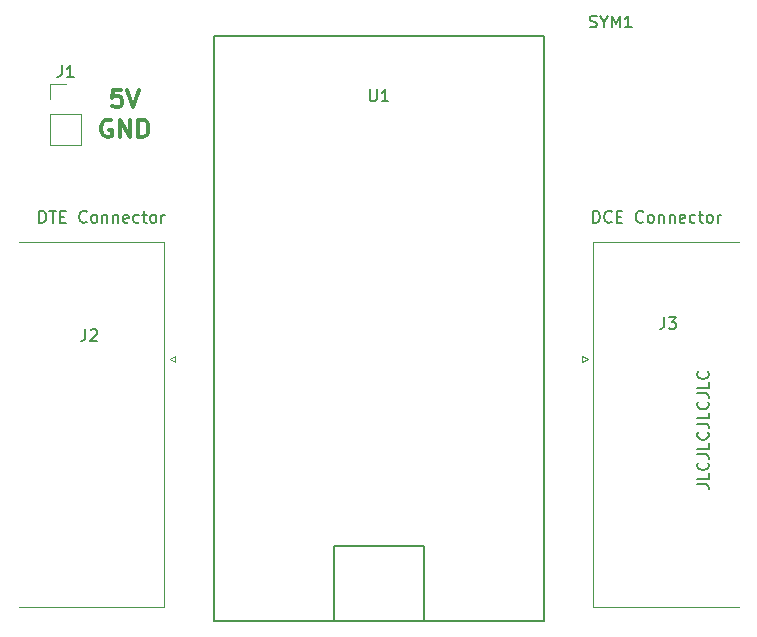
<source format=gbr>
G04 #@! TF.GenerationSoftware,KiCad,Pcbnew,5.0.2-bee76a0~70~ubuntu18.04.1*
G04 #@! TF.CreationDate,2020-08-17T12:22:27+12:00*
G04 #@! TF.ProjectId,Wireless232,57697265-6c65-4737-9332-33322e6b6963,rev?*
G04 #@! TF.SameCoordinates,Original*
G04 #@! TF.FileFunction,Legend,Top*
G04 #@! TF.FilePolarity,Positive*
%FSLAX46Y46*%
G04 Gerber Fmt 4.6, Leading zero omitted, Abs format (unit mm)*
G04 Created by KiCad (PCBNEW 5.0.2-bee76a0~70~ubuntu18.04.1) date Mon 17 Aug 2020 12:22:27 NZST*
%MOMM*%
%LPD*%
G01*
G04 APERTURE LIST*
%ADD10C,0.200000*%
%ADD11C,0.300000*%
%ADD12C,0.150000*%
%ADD13C,0.120000*%
G04 APERTURE END LIST*
D10*
X151952380Y-98619047D02*
X152666666Y-98619047D01*
X152809523Y-98666666D01*
X152904761Y-98761904D01*
X152952380Y-98904761D01*
X152952380Y-99000000D01*
X152952380Y-97666666D02*
X152952380Y-98142857D01*
X151952380Y-98142857D01*
X152857142Y-96761904D02*
X152904761Y-96809523D01*
X152952380Y-96952380D01*
X152952380Y-97047619D01*
X152904761Y-97190476D01*
X152809523Y-97285714D01*
X152714285Y-97333333D01*
X152523809Y-97380952D01*
X152380952Y-97380952D01*
X152190476Y-97333333D01*
X152095238Y-97285714D01*
X152000000Y-97190476D01*
X151952380Y-97047619D01*
X151952380Y-96952380D01*
X152000000Y-96809523D01*
X152047619Y-96761904D01*
X151952380Y-96047619D02*
X152666666Y-96047619D01*
X152809523Y-96095238D01*
X152904761Y-96190476D01*
X152952380Y-96333333D01*
X152952380Y-96428571D01*
X152952380Y-95095238D02*
X152952380Y-95571428D01*
X151952380Y-95571428D01*
X152857142Y-94190476D02*
X152904761Y-94238095D01*
X152952380Y-94380952D01*
X152952380Y-94476190D01*
X152904761Y-94619047D01*
X152809523Y-94714285D01*
X152714285Y-94761904D01*
X152523809Y-94809523D01*
X152380952Y-94809523D01*
X152190476Y-94761904D01*
X152095238Y-94714285D01*
X152000000Y-94619047D01*
X151952380Y-94476190D01*
X151952380Y-94380952D01*
X152000000Y-94238095D01*
X152047619Y-94190476D01*
X151952380Y-93476190D02*
X152666666Y-93476190D01*
X152809523Y-93523809D01*
X152904761Y-93619047D01*
X152952380Y-93761904D01*
X152952380Y-93857142D01*
X152952380Y-92523809D02*
X152952380Y-93000000D01*
X151952380Y-93000000D01*
X152857142Y-91619047D02*
X152904761Y-91666666D01*
X152952380Y-91809523D01*
X152952380Y-91904761D01*
X152904761Y-92047619D01*
X152809523Y-92142857D01*
X152714285Y-92190476D01*
X152523809Y-92238095D01*
X152380952Y-92238095D01*
X152190476Y-92190476D01*
X152095238Y-92142857D01*
X152000000Y-92047619D01*
X151952380Y-91904761D01*
X151952380Y-91809523D01*
X152000000Y-91666666D01*
X152047619Y-91619047D01*
X151952380Y-90904761D02*
X152666666Y-90904761D01*
X152809523Y-90952380D01*
X152904761Y-91047619D01*
X152952380Y-91190476D01*
X152952380Y-91285714D01*
X152952380Y-89952380D02*
X152952380Y-90428571D01*
X151952380Y-90428571D01*
X152857142Y-89047619D02*
X152904761Y-89095238D01*
X152952380Y-89238095D01*
X152952380Y-89333333D01*
X152904761Y-89476190D01*
X152809523Y-89571428D01*
X152714285Y-89619047D01*
X152523809Y-89666666D01*
X152380952Y-89666666D01*
X152190476Y-89619047D01*
X152095238Y-89571428D01*
X152000000Y-89476190D01*
X151952380Y-89333333D01*
X151952380Y-89238095D01*
X152000000Y-89095238D01*
X152047619Y-89047619D01*
D11*
X102357142Y-67790000D02*
X102214285Y-67718571D01*
X102000000Y-67718571D01*
X101785714Y-67790000D01*
X101642857Y-67932857D01*
X101571428Y-68075714D01*
X101500000Y-68361428D01*
X101500000Y-68575714D01*
X101571428Y-68861428D01*
X101642857Y-69004285D01*
X101785714Y-69147142D01*
X102000000Y-69218571D01*
X102142857Y-69218571D01*
X102357142Y-69147142D01*
X102428571Y-69075714D01*
X102428571Y-68575714D01*
X102142857Y-68575714D01*
X103071428Y-69218571D02*
X103071428Y-67718571D01*
X103928571Y-69218571D01*
X103928571Y-67718571D01*
X104642857Y-69218571D02*
X104642857Y-67718571D01*
X105000000Y-67718571D01*
X105214285Y-67790000D01*
X105357142Y-67932857D01*
X105428571Y-68075714D01*
X105500000Y-68361428D01*
X105500000Y-68575714D01*
X105428571Y-68861428D01*
X105357142Y-69004285D01*
X105214285Y-69147142D01*
X105000000Y-69218571D01*
X104642857Y-69218571D01*
X103214285Y-65178571D02*
X102500000Y-65178571D01*
X102428571Y-65892857D01*
X102500000Y-65821428D01*
X102642857Y-65750000D01*
X103000000Y-65750000D01*
X103142857Y-65821428D01*
X103214285Y-65892857D01*
X103285714Y-66035714D01*
X103285714Y-66392857D01*
X103214285Y-66535714D01*
X103142857Y-66607142D01*
X103000000Y-66678571D01*
X102642857Y-66678571D01*
X102500000Y-66607142D01*
X102428571Y-66535714D01*
X103714285Y-65178571D02*
X104214285Y-66678571D01*
X104714285Y-65178571D01*
D12*
G04 #@! TO.C,U1*
X128810000Y-103820000D02*
X128810000Y-110170000D01*
X121190000Y-103820000D02*
X128810000Y-103820000D01*
X121190000Y-110170000D02*
X121190000Y-103820000D01*
X111030000Y-60640000D02*
X111030000Y-61910000D01*
X138970000Y-60640000D02*
X111030000Y-60640000D01*
X138970000Y-110170000D02*
X138970000Y-60640000D01*
X111030000Y-110170000D02*
X138970000Y-110170000D01*
X111030000Y-61910000D02*
X111030000Y-110170000D01*
D13*
G04 #@! TO.C,J3*
X155480000Y-109025000D02*
X143140000Y-109025000D01*
X143140000Y-109025000D02*
X143140000Y-78055000D01*
X143140000Y-78055000D02*
X155480000Y-78055000D01*
X142245662Y-88250000D02*
X142245662Y-87750000D01*
X142245662Y-87750000D02*
X142678675Y-88000000D01*
X142678675Y-88000000D02*
X142245662Y-88250000D01*
G04 #@! TO.C,J2*
X94520000Y-78055000D02*
X106860000Y-78055000D01*
X106860000Y-78055000D02*
X106860000Y-109025000D01*
X106860000Y-109025000D02*
X94520000Y-109025000D01*
X107754338Y-87750000D02*
X107754338Y-88250000D01*
X107754338Y-88250000D02*
X107321325Y-88000000D01*
X107321325Y-88000000D02*
X107754338Y-87750000D01*
G04 #@! TO.C,J1*
X97170000Y-69870000D02*
X99830000Y-69870000D01*
X97170000Y-67270000D02*
X97170000Y-69870000D01*
X99830000Y-67270000D02*
X99830000Y-69870000D01*
X97170000Y-67270000D02*
X99830000Y-67270000D01*
X97170000Y-66000000D02*
X97170000Y-64670000D01*
X97170000Y-64670000D02*
X98500000Y-64670000D01*
G04 #@! TO.C,U1*
D12*
X124238095Y-65172380D02*
X124238095Y-65981904D01*
X124285714Y-66077142D01*
X124333333Y-66124761D01*
X124428571Y-66172380D01*
X124619047Y-66172380D01*
X124714285Y-66124761D01*
X124761904Y-66077142D01*
X124809523Y-65981904D01*
X124809523Y-65172380D01*
X125809523Y-66172380D02*
X125238095Y-66172380D01*
X125523809Y-66172380D02*
X125523809Y-65172380D01*
X125428571Y-65315238D01*
X125333333Y-65410476D01*
X125238095Y-65458095D01*
G04 #@! TO.C,SYM1*
X142878095Y-59864761D02*
X143020952Y-59912380D01*
X143259047Y-59912380D01*
X143354285Y-59864761D01*
X143401904Y-59817142D01*
X143449523Y-59721904D01*
X143449523Y-59626666D01*
X143401904Y-59531428D01*
X143354285Y-59483809D01*
X143259047Y-59436190D01*
X143068571Y-59388571D01*
X142973333Y-59340952D01*
X142925714Y-59293333D01*
X142878095Y-59198095D01*
X142878095Y-59102857D01*
X142925714Y-59007619D01*
X142973333Y-58960000D01*
X143068571Y-58912380D01*
X143306666Y-58912380D01*
X143449523Y-58960000D01*
X144068571Y-59436190D02*
X144068571Y-59912380D01*
X143735238Y-58912380D02*
X144068571Y-59436190D01*
X144401904Y-58912380D01*
X144735238Y-59912380D02*
X144735238Y-58912380D01*
X145068571Y-59626666D01*
X145401904Y-58912380D01*
X145401904Y-59912380D01*
X146401904Y-59912380D02*
X145830476Y-59912380D01*
X146116190Y-59912380D02*
X146116190Y-58912380D01*
X146020952Y-59055238D01*
X145925714Y-59150476D01*
X145830476Y-59198095D01*
G04 #@! TO.C,J3*
X149166666Y-84452380D02*
X149166666Y-85166666D01*
X149119047Y-85309523D01*
X149023809Y-85404761D01*
X148880952Y-85452380D01*
X148785714Y-85452380D01*
X149547619Y-84452380D02*
X150166666Y-84452380D01*
X149833333Y-84833333D01*
X149976190Y-84833333D01*
X150071428Y-84880952D01*
X150119047Y-84928571D01*
X150166666Y-85023809D01*
X150166666Y-85261904D01*
X150119047Y-85357142D01*
X150071428Y-85404761D01*
X149976190Y-85452380D01*
X149690476Y-85452380D01*
X149595238Y-85404761D01*
X149547619Y-85357142D01*
X143142857Y-76452380D02*
X143142857Y-75452380D01*
X143380952Y-75452380D01*
X143523809Y-75500000D01*
X143619047Y-75595238D01*
X143666666Y-75690476D01*
X143714285Y-75880952D01*
X143714285Y-76023809D01*
X143666666Y-76214285D01*
X143619047Y-76309523D01*
X143523809Y-76404761D01*
X143380952Y-76452380D01*
X143142857Y-76452380D01*
X144714285Y-76357142D02*
X144666666Y-76404761D01*
X144523809Y-76452380D01*
X144428571Y-76452380D01*
X144285714Y-76404761D01*
X144190476Y-76309523D01*
X144142857Y-76214285D01*
X144095238Y-76023809D01*
X144095238Y-75880952D01*
X144142857Y-75690476D01*
X144190476Y-75595238D01*
X144285714Y-75500000D01*
X144428571Y-75452380D01*
X144523809Y-75452380D01*
X144666666Y-75500000D01*
X144714285Y-75547619D01*
X145142857Y-75928571D02*
X145476190Y-75928571D01*
X145619047Y-76452380D02*
X145142857Y-76452380D01*
X145142857Y-75452380D01*
X145619047Y-75452380D01*
X147380952Y-76357142D02*
X147333333Y-76404761D01*
X147190476Y-76452380D01*
X147095238Y-76452380D01*
X146952380Y-76404761D01*
X146857142Y-76309523D01*
X146809523Y-76214285D01*
X146761904Y-76023809D01*
X146761904Y-75880952D01*
X146809523Y-75690476D01*
X146857142Y-75595238D01*
X146952380Y-75500000D01*
X147095238Y-75452380D01*
X147190476Y-75452380D01*
X147333333Y-75500000D01*
X147380952Y-75547619D01*
X147952380Y-76452380D02*
X147857142Y-76404761D01*
X147809523Y-76357142D01*
X147761904Y-76261904D01*
X147761904Y-75976190D01*
X147809523Y-75880952D01*
X147857142Y-75833333D01*
X147952380Y-75785714D01*
X148095238Y-75785714D01*
X148190476Y-75833333D01*
X148238095Y-75880952D01*
X148285714Y-75976190D01*
X148285714Y-76261904D01*
X148238095Y-76357142D01*
X148190476Y-76404761D01*
X148095238Y-76452380D01*
X147952380Y-76452380D01*
X148714285Y-75785714D02*
X148714285Y-76452380D01*
X148714285Y-75880952D02*
X148761904Y-75833333D01*
X148857142Y-75785714D01*
X149000000Y-75785714D01*
X149095238Y-75833333D01*
X149142857Y-75928571D01*
X149142857Y-76452380D01*
X149619047Y-75785714D02*
X149619047Y-76452380D01*
X149619047Y-75880952D02*
X149666666Y-75833333D01*
X149761904Y-75785714D01*
X149904761Y-75785714D01*
X150000000Y-75833333D01*
X150047619Y-75928571D01*
X150047619Y-76452380D01*
X150904761Y-76404761D02*
X150809523Y-76452380D01*
X150619047Y-76452380D01*
X150523809Y-76404761D01*
X150476190Y-76309523D01*
X150476190Y-75928571D01*
X150523809Y-75833333D01*
X150619047Y-75785714D01*
X150809523Y-75785714D01*
X150904761Y-75833333D01*
X150952380Y-75928571D01*
X150952380Y-76023809D01*
X150476190Y-76119047D01*
X151809523Y-76404761D02*
X151714285Y-76452380D01*
X151523809Y-76452380D01*
X151428571Y-76404761D01*
X151380952Y-76357142D01*
X151333333Y-76261904D01*
X151333333Y-75976190D01*
X151380952Y-75880952D01*
X151428571Y-75833333D01*
X151523809Y-75785714D01*
X151714285Y-75785714D01*
X151809523Y-75833333D01*
X152095238Y-75785714D02*
X152476190Y-75785714D01*
X152238095Y-75452380D02*
X152238095Y-76309523D01*
X152285714Y-76404761D01*
X152380952Y-76452380D01*
X152476190Y-76452380D01*
X152952380Y-76452380D02*
X152857142Y-76404761D01*
X152809523Y-76357142D01*
X152761904Y-76261904D01*
X152761904Y-75976190D01*
X152809523Y-75880952D01*
X152857142Y-75833333D01*
X152952380Y-75785714D01*
X153095238Y-75785714D01*
X153190476Y-75833333D01*
X153238095Y-75880952D01*
X153285714Y-75976190D01*
X153285714Y-76261904D01*
X153238095Y-76357142D01*
X153190476Y-76404761D01*
X153095238Y-76452380D01*
X152952380Y-76452380D01*
X153714285Y-76452380D02*
X153714285Y-75785714D01*
X153714285Y-75976190D02*
X153761904Y-75880952D01*
X153809523Y-75833333D01*
X153904761Y-75785714D01*
X154000000Y-75785714D01*
G04 #@! TO.C,J2*
X100166666Y-85452380D02*
X100166666Y-86166666D01*
X100119047Y-86309523D01*
X100023809Y-86404761D01*
X99880952Y-86452380D01*
X99785714Y-86452380D01*
X100595238Y-85547619D02*
X100642857Y-85500000D01*
X100738095Y-85452380D01*
X100976190Y-85452380D01*
X101071428Y-85500000D01*
X101119047Y-85547619D01*
X101166666Y-85642857D01*
X101166666Y-85738095D01*
X101119047Y-85880952D01*
X100547619Y-86452380D01*
X101166666Y-86452380D01*
X96261904Y-76452380D02*
X96261904Y-75452380D01*
X96500000Y-75452380D01*
X96642857Y-75500000D01*
X96738095Y-75595238D01*
X96785714Y-75690476D01*
X96833333Y-75880952D01*
X96833333Y-76023809D01*
X96785714Y-76214285D01*
X96738095Y-76309523D01*
X96642857Y-76404761D01*
X96500000Y-76452380D01*
X96261904Y-76452380D01*
X97119047Y-75452380D02*
X97690476Y-75452380D01*
X97404761Y-76452380D02*
X97404761Y-75452380D01*
X98023809Y-75928571D02*
X98357142Y-75928571D01*
X98500000Y-76452380D02*
X98023809Y-76452380D01*
X98023809Y-75452380D01*
X98500000Y-75452380D01*
X100261904Y-76357142D02*
X100214285Y-76404761D01*
X100071428Y-76452380D01*
X99976190Y-76452380D01*
X99833333Y-76404761D01*
X99738095Y-76309523D01*
X99690476Y-76214285D01*
X99642857Y-76023809D01*
X99642857Y-75880952D01*
X99690476Y-75690476D01*
X99738095Y-75595238D01*
X99833333Y-75500000D01*
X99976190Y-75452380D01*
X100071428Y-75452380D01*
X100214285Y-75500000D01*
X100261904Y-75547619D01*
X100833333Y-76452380D02*
X100738095Y-76404761D01*
X100690476Y-76357142D01*
X100642857Y-76261904D01*
X100642857Y-75976190D01*
X100690476Y-75880952D01*
X100738095Y-75833333D01*
X100833333Y-75785714D01*
X100976190Y-75785714D01*
X101071428Y-75833333D01*
X101119047Y-75880952D01*
X101166666Y-75976190D01*
X101166666Y-76261904D01*
X101119047Y-76357142D01*
X101071428Y-76404761D01*
X100976190Y-76452380D01*
X100833333Y-76452380D01*
X101595238Y-75785714D02*
X101595238Y-76452380D01*
X101595238Y-75880952D02*
X101642857Y-75833333D01*
X101738095Y-75785714D01*
X101880952Y-75785714D01*
X101976190Y-75833333D01*
X102023809Y-75928571D01*
X102023809Y-76452380D01*
X102500000Y-75785714D02*
X102500000Y-76452380D01*
X102500000Y-75880952D02*
X102547619Y-75833333D01*
X102642857Y-75785714D01*
X102785714Y-75785714D01*
X102880952Y-75833333D01*
X102928571Y-75928571D01*
X102928571Y-76452380D01*
X103785714Y-76404761D02*
X103690476Y-76452380D01*
X103500000Y-76452380D01*
X103404761Y-76404761D01*
X103357142Y-76309523D01*
X103357142Y-75928571D01*
X103404761Y-75833333D01*
X103500000Y-75785714D01*
X103690476Y-75785714D01*
X103785714Y-75833333D01*
X103833333Y-75928571D01*
X103833333Y-76023809D01*
X103357142Y-76119047D01*
X104690476Y-76404761D02*
X104595238Y-76452380D01*
X104404761Y-76452380D01*
X104309523Y-76404761D01*
X104261904Y-76357142D01*
X104214285Y-76261904D01*
X104214285Y-75976190D01*
X104261904Y-75880952D01*
X104309523Y-75833333D01*
X104404761Y-75785714D01*
X104595238Y-75785714D01*
X104690476Y-75833333D01*
X104976190Y-75785714D02*
X105357142Y-75785714D01*
X105119047Y-75452380D02*
X105119047Y-76309523D01*
X105166666Y-76404761D01*
X105261904Y-76452380D01*
X105357142Y-76452380D01*
X105833333Y-76452380D02*
X105738095Y-76404761D01*
X105690476Y-76357142D01*
X105642857Y-76261904D01*
X105642857Y-75976190D01*
X105690476Y-75880952D01*
X105738095Y-75833333D01*
X105833333Y-75785714D01*
X105976190Y-75785714D01*
X106071428Y-75833333D01*
X106119047Y-75880952D01*
X106166666Y-75976190D01*
X106166666Y-76261904D01*
X106119047Y-76357142D01*
X106071428Y-76404761D01*
X105976190Y-76452380D01*
X105833333Y-76452380D01*
X106595238Y-76452380D02*
X106595238Y-75785714D01*
X106595238Y-75976190D02*
X106642857Y-75880952D01*
X106690476Y-75833333D01*
X106785714Y-75785714D01*
X106880952Y-75785714D01*
G04 #@! TO.C,J1*
X98166666Y-63122380D02*
X98166666Y-63836666D01*
X98119047Y-63979523D01*
X98023809Y-64074761D01*
X97880952Y-64122380D01*
X97785714Y-64122380D01*
X99166666Y-64122380D02*
X98595238Y-64122380D01*
X98880952Y-64122380D02*
X98880952Y-63122380D01*
X98785714Y-63265238D01*
X98690476Y-63360476D01*
X98595238Y-63408095D01*
G04 #@! TD*
M02*

</source>
